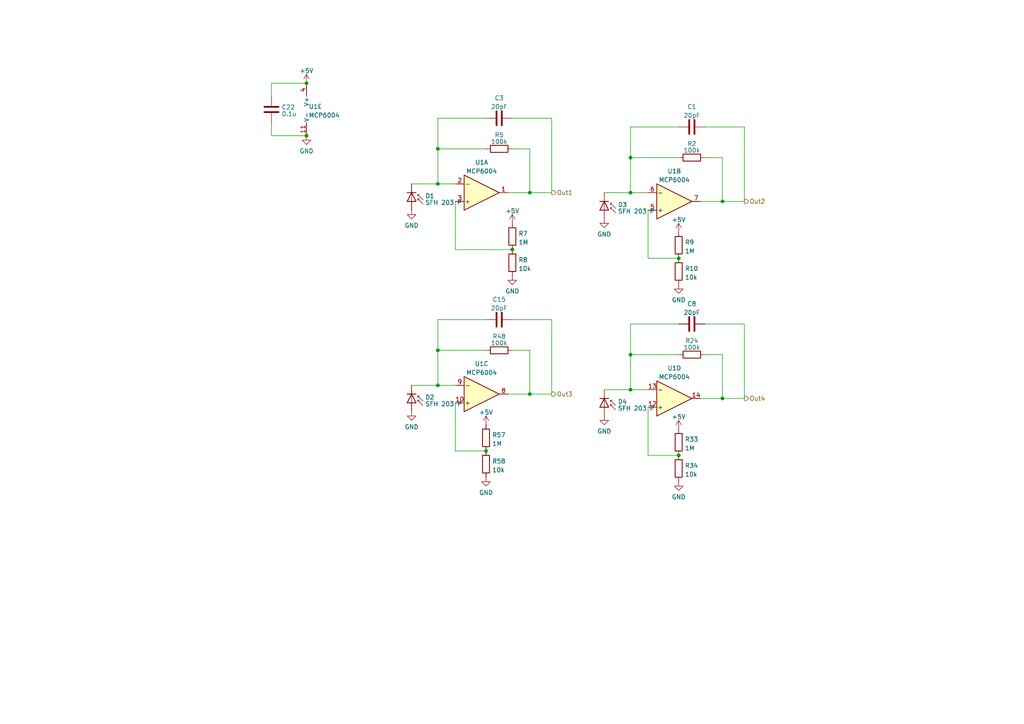
<source format=kicad_sch>
(kicad_sch (version 20230121) (generator eeschema)
  (paper "A4")
  (lib_symbols
    (symbol "Amplifier_Operational:MCP6004" (pin_names (offset 0.127))
      (property "Reference" "U" (at 0 5.08 0))
      (property "Value" "MCP6004" (at 0 -5.08 0))
      (symbol "MCP6004_1_1"
        (polyline (pts (xy -5.08 5.08) (xy 5.08 0) (xy -5.08 -5.08) (xy -5.08 5.08)) (stroke (width 0.254)) (fill (type background)))
        (pin output line (at 7.62 0 180) (length 2.54) (name "~") (number "1"))
        (pin input line (at -7.62 -2.54 0) (length 2.54) (name "-") (number "2"))
        (pin input line (at -7.62 2.54 0) (length 2.54) (name "+") (number "3"))
      )
      (symbol "MCP6004_2_1"
        (polyline (pts (xy -5.08 5.08) (xy 5.08 0) (xy -5.08 -5.08) (xy -5.08 5.08)) (stroke (width 0.254)) (fill (type background)))
        (pin input line (at -7.62 2.54 0) (length 2.54) (name "+") (number "5"))
        (pin input line (at -7.62 -2.54 0) (length 2.54) (name "-") (number "6"))
        (pin output line (at 7.62 0 180) (length 2.54) (name "~") (number "7"))
      )
      (symbol "MCP6004_3_1"
        (polyline (pts (xy -5.08 5.08) (xy 5.08 0) (xy -5.08 -5.08) (xy -5.08 5.08)) (stroke (width 0.254)) (fill (type background)))
        (pin input line (at -7.62 2.54 0) (length 2.54) (name "+") (number "10"))
        (pin output line (at 7.62 0 180) (length 2.54) (name "~") (number "8"))
        (pin input line (at -7.62 -2.54 0) (length 2.54) (name "-") (number "9"))
      )
      (symbol "MCP6004_4_1"
        (polyline (pts (xy -5.08 5.08) (xy 5.08 0) (xy -5.08 -5.08) (xy -5.08 5.08)) (stroke (width 0.254)) (fill (type background)))
        (pin input line (at -7.62 2.54 0) (length 2.54) (name "+") (number "12"))
        (pin input line (at -7.62 -2.54 0) (length 2.54) (name "-") (number "13"))
        (pin output line (at 7.62 0 180) (length 2.54) (name "~") (number "14"))
      )
      (symbol "MCP6004_5_1"
        (pin power_in line (at -2.54 -7.62 90) (length 3.81) (name "V-") (number "11"))
        (pin power_in line (at -2.54 7.62 270) (length 3.81) (name "V+") (number "4"))
      )
    )
    (symbol "Device:C" (pin_numbers hide) (pin_names (offset 0.254))
      (property "Reference" "C" (at 0.635 2.54 0))
      (property "Value" "C" (at 0.635 -2.54 0))
      (symbol "C_0_1"
        (polyline (pts (xy -2.032 -0.762) (xy 2.032 -0.762)) (stroke (width 0.508)))
        (polyline (pts (xy -2.032 0.762) (xy 2.032 0.762)) (stroke (width 0.508)))
      )
      (symbol "C_1_1"
        (pin passive line (at 0 3.81 270) (length 2.794) (name "~") (number "1"))
        (pin passive line (at 0 -3.81 90) (length 2.794) (name "~") (number "2"))
      )
    )
    (symbol "Device:D_Photo" (pin_numbers hide) (pin_names hide)
      (property "Reference" "D" (at 0.508 1.778 0))
      (property "Value" "D_Photo" (at -1.016 -2.794 0))
      (symbol "D_Photo_0_1"
        (polyline (pts (xy -2.54 1.27) (xy -2.54 -1.27)) (stroke (width 0.254)))
        (polyline (pts (xy -2.032 1.778) (xy -1.524 1.778)))
        (polyline (pts (xy 0 0) (xy -2.54 0)))
        (polyline (pts (xy -0.508 3.302) (xy -2.032 1.778) (xy -2.032 2.286)))
        (polyline (pts (xy 0 -1.27) (xy 0 1.27) (xy -2.54 0) (xy 0 -1.27)) (stroke (width 0.254)))
        (polyline (pts (xy 0.762 3.302) (xy -0.762 1.778) (xy -0.762 2.286) (xy -0.762 1.778) (xy -0.254 1.778)))
      )
      (symbol "D_Photo_1_1"
        (pin passive line (at -5.08 0 0) (length 2.54) (name "K") (number "1"))
        (pin passive line (at 2.54 0 180) (length 2.54) (name "A") (number "2"))
      )
    )
    (symbol "Device:R" (pin_numbers hide) (pin_names (offset 0))
      (property "Reference" "R" (at 2.032 0 90))
      (property "Value" "R" (at 0 0 90))
      (symbol "R_0_1"
        (rectangle (start -1.016 -2.54) (end 1.016 2.54) (stroke (width 0.254)))
      )
      (symbol "R_1_1"
        (pin passive line (at 0 3.81 270) (length 1.27) (name "~") (number "1"))
        (pin passive line (at 0 -3.81 90) (length 1.27) (name "~") (number "2"))
      )
    )
    (symbol "power:+5V" (power) (pin_names (offset 0))
      (property "Value" "+5V" (at 0 3.556 0))
      (symbol "+5V_0_1"
        (polyline (pts (xy -0.762 1.27) (xy 0 2.54)))
        (polyline (pts (xy 0 0) (xy 0 2.54)))
        (polyline (pts (xy 0 2.54) (xy 0.762 1.27)))
      )
      (symbol "+5V_1_1"
        (pin power_in line (at 0 0 90) (length 0) hide (name "+5V") (number "1"))
      )
    )
    (symbol "power:GND" (power) (pin_names (offset 0))
      (property "Value" "GND" (at 0 -3.81 0))
      (symbol "GND_0_1"
        (polyline (pts (xy 0 0) (xy 0 -1.27) (xy 1.27 -1.27) (xy 0 -2.54) (xy -1.27 -1.27) (xy 0 -1.27)))
      )
      (symbol "GND_1_1"
        (pin power_in line (at 0 0 270) (length 0) hide (name "GND") (number "1"))
      )
    )
  )
  (junction (at 153.67 114.3))
  (junction (at 182.88 113.03))
  (junction (at 127 111.76))
  (junction (at 182.88 45.72))
  (junction (at 182.88 102.87))
  (junction (at 127 101.6))
  (junction (at 209.55 58.42))
  (junction (at 196.85 132.08))
  (junction (at 127 43.18))
  (junction (at 148.59 72.39))
  (junction (at 140.97 130.81))
  (junction (at 182.88 55.88))
  (junction (at 127 53.34))
  (junction (at 209.55 115.57))
  (junction (at 196.85 74.93))
  (junction (at 88.9 24.13))
  (junction (at 153.67 55.88))
  (junction (at 88.9 39.37))
  (wire (pts (xy 182.88 93.98) (xy 182.88 102.87)))
  (wire (pts (xy 182.88 36.83) (xy 182.88 45.72)))
  (wire (pts (xy 204.47 45.72) (xy 209.55 45.72)))
  (wire (pts (xy 78.74 24.13) (xy 78.74 27.94)))
  (wire (pts (xy 153.67 55.88) (xy 160.02 55.88)))
  (wire (pts (xy 127 53.34) (xy 132.08 53.34)))
  (wire (pts (xy 147.32 114.3) (xy 153.67 114.3)))
  (wire (pts (xy 132.08 130.81) (xy 132.08 116.84)))
  (wire (pts (xy 215.9 115.57) (xy 215.9 93.98)))
  (wire (pts (xy 127 111.76) (xy 132.08 111.76)))
  (wire (pts (xy 153.67 114.3) (xy 160.02 114.3)))
  (wire (pts (xy 196.85 45.72) (xy 182.88 45.72)))
  (wire (pts (xy 127 101.6) (xy 127 111.76)))
  (wire (pts (xy 153.67 55.88) (xy 153.67 43.18)))
  (wire (pts (xy 203.2 58.42) (xy 209.55 58.42)))
  (wire (pts (xy 140.97 92.71) (xy 127 92.71)))
  (wire (pts (xy 140.97 101.6) (xy 127 101.6)))
  (wire (pts (xy 196.85 36.83) (xy 182.88 36.83)))
  (wire (pts (xy 187.96 132.08) (xy 187.96 118.11)))
  (wire (pts (xy 140.97 34.29) (xy 127 34.29)))
  (wire (pts (xy 88.9 24.13) (xy 78.74 24.13)))
  (wire (pts (xy 147.32 55.88) (xy 153.67 55.88)))
  (wire (pts (xy 78.74 39.37) (xy 88.9 39.37)))
  (wire (pts (xy 209.55 58.42) (xy 209.55 45.72)))
  (wire (pts (xy 204.47 93.98) (xy 215.9 93.98)))
  (wire (pts (xy 196.85 74.93) (xy 187.96 74.93)))
  (wire (pts (xy 160.02 114.3) (xy 160.02 92.71)))
  (wire (pts (xy 148.59 34.29) (xy 160.02 34.29)))
  (wire (pts (xy 196.85 102.87) (xy 182.88 102.87)))
  (wire (pts (xy 119.38 53.34) (xy 127 53.34)))
  (wire (pts (xy 182.88 45.72) (xy 182.88 55.88)))
  (wire (pts (xy 196.85 93.98) (xy 182.88 93.98)))
  (wire (pts (xy 209.55 115.57) (xy 209.55 102.87)))
  (wire (pts (xy 127 43.18) (xy 127 53.34)))
  (wire (pts (xy 204.47 102.87) (xy 209.55 102.87)))
  (wire (pts (xy 204.47 36.83) (xy 215.9 36.83)))
  (wire (pts (xy 160.02 55.88) (xy 160.02 34.29)))
  (wire (pts (xy 182.88 55.88) (xy 187.96 55.88)))
  (wire (pts (xy 132.08 72.39) (xy 148.59 72.39)))
  (wire (pts (xy 148.59 101.6) (xy 153.67 101.6)))
  (wire (pts (xy 140.97 43.18) (xy 127 43.18)))
  (wire (pts (xy 132.08 72.39) (xy 132.08 58.42)))
  (wire (pts (xy 148.59 92.71) (xy 160.02 92.71)))
  (wire (pts (xy 119.38 111.76) (xy 127 111.76)))
  (wire (pts (xy 153.67 114.3) (xy 153.67 101.6)))
  (wire (pts (xy 78.74 35.56) (xy 78.74 39.37)))
  (wire (pts (xy 187.96 74.93) (xy 187.96 60.96)))
  (wire (pts (xy 182.88 113.03) (xy 187.96 113.03)))
  (wire (pts (xy 215.9 58.42) (xy 215.9 36.83)))
  (wire (pts (xy 196.85 132.08) (xy 187.96 132.08)))
  (wire (pts (xy 203.2 115.57) (xy 209.55 115.57)))
  (wire (pts (xy 209.55 115.57) (xy 215.9 115.57)))
  (wire (pts (xy 175.26 113.03) (xy 182.88 113.03)))
  (wire (pts (xy 182.88 102.87) (xy 182.88 113.03)))
  (wire (pts (xy 175.26 55.88) (xy 182.88 55.88)))
  (wire (pts (xy 209.55 58.42) (xy 215.9 58.42)))
  (wire (pts (xy 148.59 43.18) (xy 153.67 43.18)))
  (wire (pts (xy 140.97 130.81) (xy 132.08 130.81)))
  (wire (pts (xy 127 92.71) (xy 127 101.6)))
  (wire (pts (xy 127 34.29) (xy 127 43.18)))
  (hierarchical_label "Out4" (shape output) (at 215.9 115.57 0))
  (hierarchical_label "Out3" (shape output) (at 160.02 114.3 0))
  (hierarchical_label "Out2" (shape output) (at 215.9 58.42 0))
  (hierarchical_label "Out1" (shape output) (at 160.02 55.88 0))
  (symbol (lib_id "power:GND") (at 140.97 138.43 0) (unit 1)
    (property "Reference" "#PWR068" (effects hide))
    (property "Value" "GND" (at 140.97 142.8734 0))
    (instances (project "PhotodiodeAmplifier" (path "" (reference "#PWR068") (unit 1)) (path "" (reference "#PWR070") (unit 1)) (path "" (reference "#PWR082") (unit 1)) (path "" (reference "#PWR086") (unit 1)) (path "" (reference "#PWR090") (unit 1)) (path "" (reference "#PWR088") (unit 1))))
  )
  (symbol (lib_id "Device:C") (at 200.66 93.98 90) (unit 1)
    (property "Reference" "C8" (at 200.66 88.1212 90))
    (property "Value" "20pF" (at 200.66 90.6581 90))
    (instances (project "PhotodiodeAmplifier" (path "" (reference "C8") (unit 1)) (path "" (reference "C9") (unit 1)) (path "" (reference "C10") (unit 1)) (path "" (reference "C12") (unit 1)) (path "" (reference "C14") (unit 1)) (path "" (reference "C13") (unit 1))))
  )
  (symbol (lib_id "power:GND") (at 175.26 120.65 0) (unit 1)
    (property "Reference" "#PWR017" (effects hide))
    (property "Value" "GND" (at 175.26 125.0934 0))
    (instances (project "PhotodiodeAmplifier" (path "" (reference "#PWR017") (unit 1)) (path "" (reference "#PWR031") (unit 1)) (path "" (reference "#PWR045") (unit 1)) (path "" (reference "#PWR059") (unit 1)) (path "" (reference "#PWR0117") (unit 1)) (path "" (reference "#PWR085") (unit 1))))
  )
  (symbol (lib_id "Amplifier_Operational:MCP6004") (at 139.7 114.3 0) (mirror x) (unit 3)
    (property "Reference" "U1" (at 139.7 105.5202 0))
    (property "Value" "MCP6004" (at 139.7 108.0571 0))
    (property "Datasheet" "http://ww1.microchip.com/downloads/en/DeviceDoc/21733j.pdf" (effects hide))
    (instances (project "PhotodiodeAmplifier" (path "" (reference "U1") (unit 3)) (path "" (reference "U2") (unit 3)) (path "" (reference "U3") (unit 3)) (path "" (reference "U4") (unit 3)) (path "" (reference "U11") (unit 3)) (path "" (reference "U8") (unit 3))))
  )
  (symbol (lib_id "Device:C") (at 144.78 34.29 90) (unit 1)
    (property "Reference" "C3" (at 144.78 28.4312 90))
    (property "Value" "20pF" (at 144.78 30.9681 90))
    (instances (project "PhotodiodeAmplifier" (path "" (reference "C3") (unit 1)) (path "" (reference "C11") (unit 1)) (path "" (reference "C19") (unit 1)) (path "" (reference "C27") (unit 1)) (path "" (reference "C51") (unit 1)) (path "" (reference "C35") (unit 1))))
  )
  (symbol (lib_id "Device:R") (at 140.97 127 180) (unit 1)
    (property "Reference" "R57" (at 142.748 126.1653 0) (effects (justify right)))
    (property "Value" "1M" (at 142.748 128.7022 0) (effects (justify right)))
    (instances (project "PhotodiodeAmplifier" (path "" (reference "R57") (unit 1)) (path "" (reference "R61") (unit 1)) (path "" (reference "R63") (unit 1)) (path "" (reference "R67") (unit 1)) (path "" (reference "R71") (unit 1)) (path "" (reference "R69") (unit 1))))
  )
  (symbol (lib_id "power:GND") (at 148.59 80.01 0) (unit 1)
    (property "Reference" "#PWR013" (effects hide))
    (property "Value" "GND" (at 148.59 84.4534 0))
    (instances (project "PhotodiodeAmplifier" (path "" (reference "#PWR013") (unit 1)) (path "" (reference "#PWR027") (unit 1)) (path "" (reference "#PWR041") (unit 1)) (path "" (reference "#PWR055") (unit 1)) (path "" (reference "#PWR0113") (unit 1)) (path "" (reference "#PWR081") (unit 1))))
  )
  (symbol (lib_id "Device:C") (at 144.78 92.71 90) (unit 1)
    (property "Reference" "C15" (at 144.78 86.8512 90))
    (property "Value" "20pF" (at 144.78 89.3881 90))
    (instances (project "PhotodiodeAmplifier" (path "" (reference "C15") (unit 1)) (path "" (reference "C16") (unit 1)) (path "" (reference "C17") (unit 1)) (path "" (reference "C18") (unit 1)) (path "" (reference "C21") (unit 1)) (path "" (reference "C20") (unit 1))))
  )
  (symbol (lib_id "Device:R") (at 196.85 71.12 180) (unit 1)
    (property "Reference" "R9" (at 198.628 70.2853 0) (effects (justify right)))
    (property "Value" "1M" (at 198.628 72.8222 0) (effects (justify right)))
    (instances (project "PhotodiodeAmplifier" (path "" (reference "R9") (unit 1)) (path "" (reference "R13") (unit 1)) (path "" (reference "R15") (unit 1)) (path "" (reference "R21") (unit 1)) (path "" (reference "R27") (unit 1)) (path "" (reference "R25") (unit 1))))
  )
  (symbol (lib_id "Amplifier_Operational:MCP6004") (at 195.58 115.57 0) (mirror x) (unit 4)
    (property "Reference" "U1" (at 195.58 106.7902 0))
    (property "Value" "MCP6004" (at 195.58 109.3271 0))
    (property "Datasheet" "http://ww1.microchip.com/downloads/en/DeviceDoc/21733j.pdf" (effects hide))
    (instances (project "PhotodiodeAmplifier" (path "" (reference "U1") (unit 4)) (path "" (reference "U2") (unit 4)) (path "" (reference "U3") (unit 4)) (path "" (reference "U4") (unit 4)) (path "" (reference "U11") (unit 4)) (path "" (reference "U8") (unit 4))))
  )
  (symbol (lib_id "Device:R") (at 148.59 68.58 180) (unit 1)
    (property "Reference" "R7" (at 150.368 67.7453 0) (effects (justify right)))
    (property "Value" "1M" (at 150.368 70.2822 0) (effects (justify right)))
    (instances (project "PhotodiodeAmplifier" (path "" (reference "R7") (unit 1)) (path "" (reference "R19") (unit 1)) (path "" (reference "R31") (unit 1)) (path "" (reference "R43") (unit 1)) (path "" (reference "R79") (unit 1)) (path "" (reference "R55") (unit 1))))
  )
  (symbol (lib_id "Device:R") (at 196.85 128.27 180) (unit 1)
    (property "Reference" "R33" (at 198.628 127.4353 0) (effects (justify right)))
    (property "Value" "1M" (at 198.628 129.9722 0) (effects (justify right)))
    (instances (project "PhotodiodeAmplifier" (path "" (reference "R33") (unit 1)) (path "" (reference "R37") (unit 1)) (path "" (reference "R39") (unit 1)) (path "" (reference "R45") (unit 1)) (path "" (reference "R51") (unit 1)) (path "" (reference "R49") (unit 1))))
  )
  (symbol (lib_id "power:+5V") (at 88.9 24.13 0) (unit 1)
    (property "Reference" "#PWR08" (effects hide))
    (property "Value" "+5V" (at 88.9 20.5542 0))
    (instances (project "PhotodiodeAmplifier" (path "" (reference "#PWR08") (unit 1)) (path "" (reference "#PWR022") (unit 1)) (path "" (reference "#PWR036") (unit 1)) (path "" (reference "#PWR050") (unit 1)) (path "" (reference "#PWR0108") (unit 1)) (path "" (reference "#PWR076") (unit 1))))
  )
  (symbol (lib_id "power:+5V") (at 196.85 67.31 0) (unit 1)
    (property "Reference" "#PWR02" (effects hide))
    (property "Value" "+5V" (at 196.85 63.7342 0))
    (instances (project "PhotodiodeAmplifier" (path "" (reference "#PWR02") (unit 1)) (path "" (reference "#PWR015") (unit 1)) (path "" (reference "#PWR019") (unit 1)) (path "" (reference "#PWR021") (unit 1)) (path "" (reference "#PWR033") (unit 1)) (path "" (reference "#PWR029") (unit 1))))
  )
  (symbol (lib_id "Device:R") (at 200.66 102.87 90) (unit 1)
    (property "Reference" "R24" (at 200.66 98.8441 90))
    (property "Value" "100k" (at 200.66 100.7651 90))
    (instances (project "PhotodiodeAmplifier" (path "" (reference "R24") (unit 1)) (path "" (reference "R30") (unit 1)) (path "" (reference "R35") (unit 1)) (path "" (reference "R36") (unit 1)) (path "" (reference "R47") (unit 1)) (path "" (reference "R42") (unit 1))))
  )
  (symbol (lib_id "Device:C") (at 200.66 36.83 90) (unit 1)
    (property "Reference" "C1" (at 200.66 30.9712 90))
    (property "Value" "20pF" (at 200.66 33.5081 90))
    (instances (project "PhotodiodeAmplifier" (path "" (reference "C1") (unit 1)) (path "" (reference "C2") (unit 1)) (path "" (reference "C4") (unit 1)) (path "" (reference "C5") (unit 1)) (path "" (reference "C7") (unit 1)) (path "" (reference "C6") (unit 1))))
  )
  (symbol (lib_id "Amplifier_Operational:MCP6004") (at 139.7 55.88 0) (mirror x) (unit 1)
    (property "Reference" "U1" (at 139.7 47.1002 0))
    (property "Value" "MCP6004" (at 139.7 49.6371 0))
    (property "Datasheet" "http://ww1.microchip.com/downloads/en/DeviceDoc/21733j.pdf" (effects hide))
    (instances (project "PhotodiodeAmplifier" (path "" (reference "U1") (unit 1)) (path "" (reference "U2") (unit 1)) (path "" (reference "U3") (unit 1)) (path "" (reference "U4") (unit 1)) (path "" (reference "U11") (unit 1)) (path "" (reference "U8") (unit 1))))
  )
  (symbol (lib_id "Device:R") (at 148.59 76.2 180) (unit 1)
    (property "Reference" "R8" (at 150.368 75.3653 0) (effects (justify right)))
    (property "Value" "10k" (at 150.368 77.9022 0) (effects (justify right)))
    (instances (project "PhotodiodeAmplifier" (path "" (reference "R8") (unit 1)) (path "" (reference "R20") (unit 1)) (path "" (reference "R32") (unit 1)) (path "" (reference "R44") (unit 1)) (path "" (reference "R80") (unit 1)) (path "" (reference "R56") (unit 1))))
  )
  (symbol (lib_id "power:GND") (at 88.9 39.37 0) (unit 1)
    (property "Reference" "#PWR09" (effects hide))
    (property "Value" "GND" (at 88.9 43.8134 0))
    (instances (project "PhotodiodeAmplifier" (path "" (reference "#PWR09") (unit 1)) (path "" (reference "#PWR023") (unit 1)) (path "" (reference "#PWR037") (unit 1)) (path "" (reference "#PWR051") (unit 1)) (path "" (reference "#PWR0109") (unit 1)) (path "" (reference "#PWR077") (unit 1))))
  )
  (symbol (lib_id "Amplifier_Operational:MCP6004") (at 195.58 58.42 0) (mirror x) (unit 2)
    (property "Reference" "U1" (at 195.58 49.6402 0))
    (property "Value" "MCP6004" (at 195.58 52.1771 0))
    (property "Datasheet" "http://ww1.microchip.com/downloads/en/DeviceDoc/21733j.pdf" (effects hide))
    (instances (project "PhotodiodeAmplifier" (path "" (reference "U1") (unit 2)) (path "" (reference "U2") (unit 2)) (path "" (reference "U3") (unit 2)) (path "" (reference "U4") (unit 2)) (path "" (reference "U11") (unit 2)) (path "" (reference "U8") (unit 2))))
  )
  (symbol (lib_id "Device:R") (at 144.78 43.18 90) (unit 1)
    (property "Reference" "R5" (at 144.78 39.1541 90))
    (property "Value" "100k" (at 144.78 41.0751 90))
    (instances (project "PhotodiodeAmplifier" (path "" (reference "R5") (unit 1)) (path "" (reference "R17") (unit 1)) (path "" (reference "R29") (unit 1)) (path "" (reference "R41") (unit 1)) (path "" (reference "R77") (unit 1)) (path "" (reference "R53") (unit 1))))
  )
  (symbol (lib_id "Device:R") (at 144.78 101.6 90) (unit 1)
    (property "Reference" "R48" (at 144.78 97.5741 90))
    (property "Value" "100k" (at 144.78 99.4951 90))
    (instances (project "PhotodiodeAmplifier" (path "" (reference "R48") (unit 1)) (path "" (reference "R54") (unit 1)) (path "" (reference "R59") (unit 1)) (path "" (reference "R60") (unit 1)) (path "" (reference "R66") (unit 1)) (path "" (reference "R65") (unit 1))))
  )
  (symbol (lib_id "Device:R") (at 200.66 45.72 90) (unit 1)
    (property "Reference" "R2" (at 200.66 41.6941 90))
    (property "Value" "100k" (at 200.66 43.6151 90))
    (instances (project "PhotodiodeAmplifier" (path "" (reference "R2") (unit 1)) (path "" (reference "R6") (unit 1)) (path "" (reference "R11") (unit 1)) (path "" (reference "R12") (unit 1)) (path "" (reference "R23") (unit 1)) (path "" (reference "R18") (unit 1))))
  )
  (symbol (lib_id "Device:D_Photo") (at 119.38 116.84 270) (unit 1)
    (property "Reference" "D2" (at 123.317 115.2438 90) (effects (justify left)))
    (property "Value" "SFH 203 P" (at 123.317 117.1648 90) (effects (justify left)))
    (instances (project "PhotodiodeAmplifier" (path "" (reference "D2") (unit 1)) (path "" (reference "D6") (unit 1)) (path "" (reference "D10") (unit 1)) (path "" (reference "D14") (unit 1)) (path "" (reference "D26") (unit 1)) (path "" (reference "D18") (unit 1))))
  )
  (symbol (lib_id "Device:D_Photo") (at 175.26 60.96 270) (unit 1)
    (property "Reference" "D3" (at 179.197 59.3638 90) (effects (justify left)))
    (property "Value" "SFH 203 P" (at 179.197 61.2848 90) (effects (justify left)))
    (instances (project "PhotodiodeAmplifier" (path "" (reference "D3") (unit 1)) (path "" (reference "D7") (unit 1)) (path "" (reference "D11") (unit 1)) (path "" (reference "D15") (unit 1)) (path "" (reference "D27") (unit 1)) (path "" (reference "D19") (unit 1))))
  )
  (symbol (lib_id "Device:R") (at 196.85 135.89 180) (unit 1)
    (property "Reference" "R34" (at 198.628 135.0553 0) (effects (justify right)))
    (property "Value" "10k" (at 198.628 137.5922 0) (effects (justify right)))
    (instances (project "PhotodiodeAmplifier" (path "" (reference "R34") (unit 1)) (path "" (reference "R38") (unit 1)) (path "" (reference "R40") (unit 1)) (path "" (reference "R46") (unit 1)) (path "" (reference "R52") (unit 1)) (path "" (reference "R50") (unit 1))))
  )
  (symbol (lib_id "Device:C") (at 78.74 31.75 0) (unit 1)
    (property "Reference" "C22" (at 81.661 31.1063 0) (effects (justify left)))
    (property "Value" "0.1u" (at 81.661 33.0273 0) (effects (justify left)))
    (instances (project "PhotodiodeAmplifier" (path "" (reference "C22") (unit 1)) (path "" (reference "C23") (unit 1)) (path "" (reference "C24") (unit 1)) (path "" (reference "C25") (unit 1)) (path "" (reference "C26") (unit 1)) (path "" (reference "C28") (unit 1))))
  )
  (symbol (lib_id "power:GND") (at 196.85 82.55 0) (unit 1)
    (property "Reference" "#PWR014" (effects hide))
    (property "Value" "GND" (at 196.85 86.9934 0))
    (instances (project "PhotodiodeAmplifier" (path "" (reference "#PWR014") (unit 1)) (path "" (reference "#PWR018") (unit 1)) (path "" (reference "#PWR020") (unit 1)) (path "" (reference "#PWR028") (unit 1)) (path "" (reference "#PWR034") (unit 1)) (path "" (reference "#PWR032") (unit 1))))
  )
  (symbol (lib_id "Device:D_Photo") (at 175.26 118.11 270) (unit 1)
    (property "Reference" "D4" (at 179.197 116.5138 90) (effects (justify left)))
    (property "Value" "SFH 203 P" (at 179.197 118.4348 90) (effects (justify left)))
    (instances (project "PhotodiodeAmplifier" (path "" (reference "D4") (unit 1)) (path "" (reference "D8") (unit 1)) (path "" (reference "D12") (unit 1)) (path "" (reference "D16") (unit 1)) (path "" (reference "D28") (unit 1)) (path "" (reference "D20") (unit 1))))
  )
  (symbol (lib_id "power:GND") (at 196.85 139.7 0) (unit 1)
    (property "Reference" "#PWR042" (effects hide))
    (property "Value" "GND" (at 196.85 144.1434 0))
    (instances (project "PhotodiodeAmplifier" (path "" (reference "#PWR042") (unit 1)) (path "" (reference "#PWR046") (unit 1)) (path "" (reference "#PWR048") (unit 1)) (path "" (reference "#PWR056") (unit 1)) (path "" (reference "#PWR062") (unit 1)) (path "" (reference "#PWR060") (unit 1))))
  )
  (symbol (lib_id "power:GND") (at 119.38 60.96 0) (unit 1)
    (property "Reference" "#PWR010" (effects hide))
    (property "Value" "GND" (at 119.38 65.4034 0))
    (instances (project "PhotodiodeAmplifier" (path "" (reference "#PWR010") (unit 1)) (path "" (reference "#PWR024") (unit 1)) (path "" (reference "#PWR038") (unit 1)) (path "" (reference "#PWR052") (unit 1)) (path "" (reference "#PWR0110") (unit 1)) (path "" (reference "#PWR078") (unit 1))))
  )
  (symbol (lib_id "power:+5V") (at 140.97 123.19 0) (unit 1)
    (property "Reference" "#PWR063" (effects hide))
    (property "Value" "+5V" (at 140.97 119.6142 0))
    (instances (project "PhotodiodeAmplifier" (path "" (reference "#PWR063") (unit 1)) (path "" (reference "#PWR069") (unit 1)) (path "" (reference "#PWR071") (unit 1)) (path "" (reference "#PWR083") (unit 1)) (path "" (reference "#PWR089") (unit 1)) (path "" (reference "#PWR087") (unit 1))))
  )
  (symbol (lib_id "power:+5V") (at 148.59 64.77 0) (unit 1)
    (property "Reference" "#PWR012" (effects hide))
    (property "Value" "+5V" (at 148.59 61.1942 0))
    (instances (project "PhotodiodeAmplifier" (path "" (reference "#PWR012") (unit 1)) (path "" (reference "#PWR026") (unit 1)) (path "" (reference "#PWR040") (unit 1)) (path "" (reference "#PWR054") (unit 1)) (path "" (reference "#PWR0112") (unit 1)) (path "" (reference "#PWR080") (unit 1))))
  )
  (symbol (lib_id "Device:R") (at 140.97 134.62 180) (unit 1)
    (property "Reference" "R58" (at 142.748 133.7853 0) (effects (justify right)))
    (property "Value" "10k" (at 142.748 136.3222 0) (effects (justify right)))
    (instances (project "PhotodiodeAmplifier" (path "" (reference "R58") (unit 1)) (path "" (reference "R62") (unit 1)) (path "" (reference "R64") (unit 1)) (path "" (reference "R68") (unit 1)) (path "" (reference "R72") (unit 1)) (path "" (reference "R70") (unit 1))))
  )
  (symbol (lib_id "Device:R") (at 196.85 78.74 180) (unit 1)
    (property "Reference" "R10" (at 198.628 77.9053 0) (effects (justify right)))
    (property "Value" "10k" (at 198.628 80.4422 0) (effects (justify right)))
    (instances (project "PhotodiodeAmplifier" (path "" (reference "R10") (unit 1)) (path "" (reference "R14") (unit 1)) (path "" (reference "R16") (unit 1)) (path "" (reference "R22") (unit 1)) (path "" (reference "R28") (unit 1)) (path "" (reference "R26") (unit 1))))
  )
  (symbol (lib_id "power:+5V") (at 196.85 124.46 0) (unit 1)
    (property "Reference" "#PWR035" (effects hide))
    (property "Value" "+5V" (at 196.85 120.8842 0))
    (instances (project "PhotodiodeAmplifier" (path "" (reference "#PWR035") (unit 1)) (path "" (reference "#PWR043") (unit 1)) (path "" (reference "#PWR047") (unit 1)) (path "" (reference "#PWR049") (unit 1)) (path "" (reference "#PWR061") (unit 1)) (path "" (reference "#PWR057") (unit 1))))
  )
  (symbol (lib_id "Amplifier_Operational:MCP6004") (at 91.44 31.75 0) (unit 5)
    (property "Reference" "U1" (at 89.535 30.9153 0) (effects (justify left)))
    (property "Value" "MCP6004" (at 89.535 33.4522 0) (effects (justify left)))
    (property "Datasheet" "http://ww1.microchip.com/downloads/en/DeviceDoc/21733j.pdf" (effects hide))
    (instances (project "PhotodiodeAmplifier" (path "" (reference "U1") (unit 5)) (path "" (reference "U2") (unit 5)) (path "" (reference "U3") (unit 5)) (path "" (reference "U4") (unit 5)) (path "" (reference "U11") (unit 5)) (path "" (reference "U8") (unit 5))))
  )
  (symbol (lib_id "power:GND") (at 119.38 119.38 0) (unit 1)
    (property "Reference" "#PWR011" (effects hide))
    (property "Value" "GND" (at 119.38 123.8234 0))
    (instances (project "PhotodiodeAmplifier" (path "" (reference "#PWR011") (unit 1)) (path "" (reference "#PWR025") (unit 1)) (path "" (reference "#PWR039") (unit 1)) (path "" (reference "#PWR053") (unit 1)) (path "" (reference "#PWR0111") (unit 1)) (path "" (reference "#PWR079") (unit 1))))
  )
  (symbol (lib_id "power:GND") (at 175.26 63.5 0) (unit 1)
    (property "Reference" "#PWR016" (effects hide))
    (property "Value" "GND" (at 175.26 67.9434 0))
    (instances (project "PhotodiodeAmplifier" (path "" (reference "#PWR016") (unit 1)) (path "" (reference "#PWR030") (unit 1)) (path "" (reference "#PWR044") (unit 1)) (path "" (reference "#PWR058") (unit 1)) (path "" (reference "#PWR0116") (unit 1)) (path "" (reference "#PWR084") (unit 1))))
  )
  (symbol (lib_id "Device:D_Photo") (at 119.38 58.42 270) (unit 1)
    (property "Reference" "D1" (at 123.317 56.8238 90) (effects (justify left)))
    (property "Value" "SFH 203 P" (at 123.317 58.7448 90) (effects (justify left)))
    (instances (project "PhotodiodeAmplifier" (path "" (reference "D1") (unit 1)) (path "" (reference "D5") (unit 1)) (path "" (reference "D9") (unit 1)) (path "" (reference "D13") (unit 1)) (path "" (reference "D25") (unit 1)) (path "" (reference "D17") (unit 1))))
  )
)
</source>
